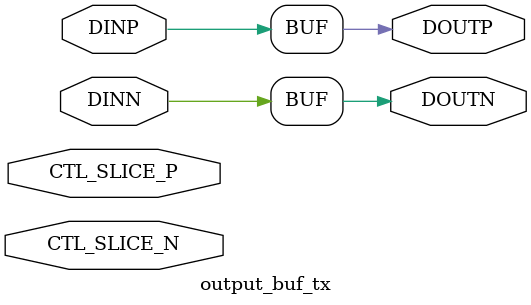
<source format=sv>
module output_buf_tx (
	input wire logic DINN,
	input wire logic DINP,
	input wire logic [35:0] CTL_SLICE_N,
    input wire logic [35:0] CTL_SLICE_P,
	output wire logic DOUTN,
    output wire logic DOUTP
);
	// Internal connections
    // wire logic BTN; // Buffer to Termination -
    // wire logic BTP; // Buffer to Termination +

assign DOUTN = DINN;
assign DOUTP = DINP;


endmodule
</source>
